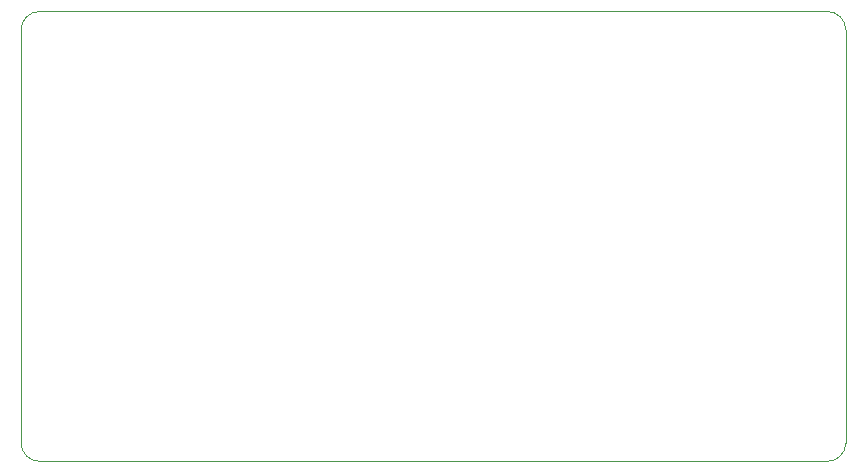
<source format=gbr>
%TF.GenerationSoftware,KiCad,Pcbnew,(5.1.6)-1*%
%TF.CreationDate,2020-08-29T19:36:31-05:00*%
%TF.ProjectId,je03-pcb-guide,6a653033-2d70-4636-922d-67756964652e,rev?*%
%TF.SameCoordinates,Original*%
%TF.FileFunction,Profile,NP*%
%FSLAX46Y46*%
G04 Gerber Fmt 4.6, Leading zero omitted, Abs format (unit mm)*
G04 Created by KiCad (PCBNEW (5.1.6)-1) date 2020-08-29 19:36:31*
%MOMM*%
%LPD*%
G01*
G04 APERTURE LIST*
%TA.AperFunction,Profile*%
%ADD10C,0.050000*%
%TD*%
G04 APERTURE END LIST*
D10*
X123825000Y-117475000D02*
X57150000Y-117475000D01*
X57150000Y-79375000D02*
X123825000Y-79375000D01*
X55562500Y-115887500D02*
X55562500Y-80962500D01*
X57150000Y-117475000D02*
G75*
G02*
X55562500Y-115887500I0J1587500D01*
G01*
X55562500Y-80962500D02*
G75*
G02*
X57150000Y-79375000I1587500J0D01*
G01*
X125412500Y-115887500D02*
X125412500Y-80962500D01*
X125412500Y-115887500D02*
G75*
G02*
X123825000Y-117475000I-1587500J0D01*
G01*
X123825000Y-79375000D02*
G75*
G02*
X125412500Y-80962500I0J-1587500D01*
G01*
M02*

</source>
